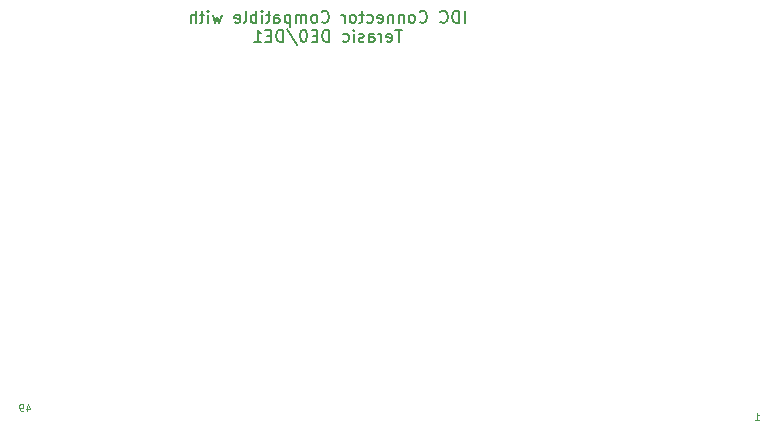
<source format=gbr>
%TF.GenerationSoftware,KiCad,Pcbnew,7.0.7*%
%TF.CreationDate,2023-11-09T10:03:36+00:00*%
%TF.ProjectId,MSX_FPGA_Hat,4d53585f-4650-4474-915f-4861742e6b69,1.5*%
%TF.SameCoordinates,Original*%
%TF.FileFunction,Legend,Bot*%
%TF.FilePolarity,Positive*%
%FSLAX46Y46*%
G04 Gerber Fmt 4.6, Leading zero omitted, Abs format (unit mm)*
G04 Created by KiCad (PCBNEW 7.0.7) date 2023-11-09 10:03:36*
%MOMM*%
%LPD*%
G01*
G04 APERTURE LIST*
%ADD10C,0.150000*%
%ADD11C,0.110000*%
G04 APERTURE END LIST*
D10*
X114465238Y-41559819D02*
X114465238Y-40559819D01*
X113989048Y-41559819D02*
X113989048Y-40559819D01*
X113989048Y-40559819D02*
X113750953Y-40559819D01*
X113750953Y-40559819D02*
X113608096Y-40607438D01*
X113608096Y-40607438D02*
X113512858Y-40702676D01*
X113512858Y-40702676D02*
X113465239Y-40797914D01*
X113465239Y-40797914D02*
X113417620Y-40988390D01*
X113417620Y-40988390D02*
X113417620Y-41131247D01*
X113417620Y-41131247D02*
X113465239Y-41321723D01*
X113465239Y-41321723D02*
X113512858Y-41416961D01*
X113512858Y-41416961D02*
X113608096Y-41512200D01*
X113608096Y-41512200D02*
X113750953Y-41559819D01*
X113750953Y-41559819D02*
X113989048Y-41559819D01*
X112417620Y-41464580D02*
X112465239Y-41512200D01*
X112465239Y-41512200D02*
X112608096Y-41559819D01*
X112608096Y-41559819D02*
X112703334Y-41559819D01*
X112703334Y-41559819D02*
X112846191Y-41512200D01*
X112846191Y-41512200D02*
X112941429Y-41416961D01*
X112941429Y-41416961D02*
X112989048Y-41321723D01*
X112989048Y-41321723D02*
X113036667Y-41131247D01*
X113036667Y-41131247D02*
X113036667Y-40988390D01*
X113036667Y-40988390D02*
X112989048Y-40797914D01*
X112989048Y-40797914D02*
X112941429Y-40702676D01*
X112941429Y-40702676D02*
X112846191Y-40607438D01*
X112846191Y-40607438D02*
X112703334Y-40559819D01*
X112703334Y-40559819D02*
X112608096Y-40559819D01*
X112608096Y-40559819D02*
X112465239Y-40607438D01*
X112465239Y-40607438D02*
X112417620Y-40655057D01*
X110655715Y-41464580D02*
X110703334Y-41512200D01*
X110703334Y-41512200D02*
X110846191Y-41559819D01*
X110846191Y-41559819D02*
X110941429Y-41559819D01*
X110941429Y-41559819D02*
X111084286Y-41512200D01*
X111084286Y-41512200D02*
X111179524Y-41416961D01*
X111179524Y-41416961D02*
X111227143Y-41321723D01*
X111227143Y-41321723D02*
X111274762Y-41131247D01*
X111274762Y-41131247D02*
X111274762Y-40988390D01*
X111274762Y-40988390D02*
X111227143Y-40797914D01*
X111227143Y-40797914D02*
X111179524Y-40702676D01*
X111179524Y-40702676D02*
X111084286Y-40607438D01*
X111084286Y-40607438D02*
X110941429Y-40559819D01*
X110941429Y-40559819D02*
X110846191Y-40559819D01*
X110846191Y-40559819D02*
X110703334Y-40607438D01*
X110703334Y-40607438D02*
X110655715Y-40655057D01*
X110084286Y-41559819D02*
X110179524Y-41512200D01*
X110179524Y-41512200D02*
X110227143Y-41464580D01*
X110227143Y-41464580D02*
X110274762Y-41369342D01*
X110274762Y-41369342D02*
X110274762Y-41083628D01*
X110274762Y-41083628D02*
X110227143Y-40988390D01*
X110227143Y-40988390D02*
X110179524Y-40940771D01*
X110179524Y-40940771D02*
X110084286Y-40893152D01*
X110084286Y-40893152D02*
X109941429Y-40893152D01*
X109941429Y-40893152D02*
X109846191Y-40940771D01*
X109846191Y-40940771D02*
X109798572Y-40988390D01*
X109798572Y-40988390D02*
X109750953Y-41083628D01*
X109750953Y-41083628D02*
X109750953Y-41369342D01*
X109750953Y-41369342D02*
X109798572Y-41464580D01*
X109798572Y-41464580D02*
X109846191Y-41512200D01*
X109846191Y-41512200D02*
X109941429Y-41559819D01*
X109941429Y-41559819D02*
X110084286Y-41559819D01*
X109322381Y-40893152D02*
X109322381Y-41559819D01*
X109322381Y-40988390D02*
X109274762Y-40940771D01*
X109274762Y-40940771D02*
X109179524Y-40893152D01*
X109179524Y-40893152D02*
X109036667Y-40893152D01*
X109036667Y-40893152D02*
X108941429Y-40940771D01*
X108941429Y-40940771D02*
X108893810Y-41036009D01*
X108893810Y-41036009D02*
X108893810Y-41559819D01*
X108417619Y-40893152D02*
X108417619Y-41559819D01*
X108417619Y-40988390D02*
X108370000Y-40940771D01*
X108370000Y-40940771D02*
X108274762Y-40893152D01*
X108274762Y-40893152D02*
X108131905Y-40893152D01*
X108131905Y-40893152D02*
X108036667Y-40940771D01*
X108036667Y-40940771D02*
X107989048Y-41036009D01*
X107989048Y-41036009D02*
X107989048Y-41559819D01*
X107131905Y-41512200D02*
X107227143Y-41559819D01*
X107227143Y-41559819D02*
X107417619Y-41559819D01*
X107417619Y-41559819D02*
X107512857Y-41512200D01*
X107512857Y-41512200D02*
X107560476Y-41416961D01*
X107560476Y-41416961D02*
X107560476Y-41036009D01*
X107560476Y-41036009D02*
X107512857Y-40940771D01*
X107512857Y-40940771D02*
X107417619Y-40893152D01*
X107417619Y-40893152D02*
X107227143Y-40893152D01*
X107227143Y-40893152D02*
X107131905Y-40940771D01*
X107131905Y-40940771D02*
X107084286Y-41036009D01*
X107084286Y-41036009D02*
X107084286Y-41131247D01*
X107084286Y-41131247D02*
X107560476Y-41226485D01*
X106227143Y-41512200D02*
X106322381Y-41559819D01*
X106322381Y-41559819D02*
X106512857Y-41559819D01*
X106512857Y-41559819D02*
X106608095Y-41512200D01*
X106608095Y-41512200D02*
X106655714Y-41464580D01*
X106655714Y-41464580D02*
X106703333Y-41369342D01*
X106703333Y-41369342D02*
X106703333Y-41083628D01*
X106703333Y-41083628D02*
X106655714Y-40988390D01*
X106655714Y-40988390D02*
X106608095Y-40940771D01*
X106608095Y-40940771D02*
X106512857Y-40893152D01*
X106512857Y-40893152D02*
X106322381Y-40893152D01*
X106322381Y-40893152D02*
X106227143Y-40940771D01*
X105941428Y-40893152D02*
X105560476Y-40893152D01*
X105798571Y-40559819D02*
X105798571Y-41416961D01*
X105798571Y-41416961D02*
X105750952Y-41512200D01*
X105750952Y-41512200D02*
X105655714Y-41559819D01*
X105655714Y-41559819D02*
X105560476Y-41559819D01*
X105084285Y-41559819D02*
X105179523Y-41512200D01*
X105179523Y-41512200D02*
X105227142Y-41464580D01*
X105227142Y-41464580D02*
X105274761Y-41369342D01*
X105274761Y-41369342D02*
X105274761Y-41083628D01*
X105274761Y-41083628D02*
X105227142Y-40988390D01*
X105227142Y-40988390D02*
X105179523Y-40940771D01*
X105179523Y-40940771D02*
X105084285Y-40893152D01*
X105084285Y-40893152D02*
X104941428Y-40893152D01*
X104941428Y-40893152D02*
X104846190Y-40940771D01*
X104846190Y-40940771D02*
X104798571Y-40988390D01*
X104798571Y-40988390D02*
X104750952Y-41083628D01*
X104750952Y-41083628D02*
X104750952Y-41369342D01*
X104750952Y-41369342D02*
X104798571Y-41464580D01*
X104798571Y-41464580D02*
X104846190Y-41512200D01*
X104846190Y-41512200D02*
X104941428Y-41559819D01*
X104941428Y-41559819D02*
X105084285Y-41559819D01*
X104322380Y-41559819D02*
X104322380Y-40893152D01*
X104322380Y-41083628D02*
X104274761Y-40988390D01*
X104274761Y-40988390D02*
X104227142Y-40940771D01*
X104227142Y-40940771D02*
X104131904Y-40893152D01*
X104131904Y-40893152D02*
X104036666Y-40893152D01*
X102369999Y-41464580D02*
X102417618Y-41512200D01*
X102417618Y-41512200D02*
X102560475Y-41559819D01*
X102560475Y-41559819D02*
X102655713Y-41559819D01*
X102655713Y-41559819D02*
X102798570Y-41512200D01*
X102798570Y-41512200D02*
X102893808Y-41416961D01*
X102893808Y-41416961D02*
X102941427Y-41321723D01*
X102941427Y-41321723D02*
X102989046Y-41131247D01*
X102989046Y-41131247D02*
X102989046Y-40988390D01*
X102989046Y-40988390D02*
X102941427Y-40797914D01*
X102941427Y-40797914D02*
X102893808Y-40702676D01*
X102893808Y-40702676D02*
X102798570Y-40607438D01*
X102798570Y-40607438D02*
X102655713Y-40559819D01*
X102655713Y-40559819D02*
X102560475Y-40559819D01*
X102560475Y-40559819D02*
X102417618Y-40607438D01*
X102417618Y-40607438D02*
X102369999Y-40655057D01*
X101798570Y-41559819D02*
X101893808Y-41512200D01*
X101893808Y-41512200D02*
X101941427Y-41464580D01*
X101941427Y-41464580D02*
X101989046Y-41369342D01*
X101989046Y-41369342D02*
X101989046Y-41083628D01*
X101989046Y-41083628D02*
X101941427Y-40988390D01*
X101941427Y-40988390D02*
X101893808Y-40940771D01*
X101893808Y-40940771D02*
X101798570Y-40893152D01*
X101798570Y-40893152D02*
X101655713Y-40893152D01*
X101655713Y-40893152D02*
X101560475Y-40940771D01*
X101560475Y-40940771D02*
X101512856Y-40988390D01*
X101512856Y-40988390D02*
X101465237Y-41083628D01*
X101465237Y-41083628D02*
X101465237Y-41369342D01*
X101465237Y-41369342D02*
X101512856Y-41464580D01*
X101512856Y-41464580D02*
X101560475Y-41512200D01*
X101560475Y-41512200D02*
X101655713Y-41559819D01*
X101655713Y-41559819D02*
X101798570Y-41559819D01*
X101036665Y-41559819D02*
X101036665Y-40893152D01*
X101036665Y-40988390D02*
X100989046Y-40940771D01*
X100989046Y-40940771D02*
X100893808Y-40893152D01*
X100893808Y-40893152D02*
X100750951Y-40893152D01*
X100750951Y-40893152D02*
X100655713Y-40940771D01*
X100655713Y-40940771D02*
X100608094Y-41036009D01*
X100608094Y-41036009D02*
X100608094Y-41559819D01*
X100608094Y-41036009D02*
X100560475Y-40940771D01*
X100560475Y-40940771D02*
X100465237Y-40893152D01*
X100465237Y-40893152D02*
X100322380Y-40893152D01*
X100322380Y-40893152D02*
X100227141Y-40940771D01*
X100227141Y-40940771D02*
X100179522Y-41036009D01*
X100179522Y-41036009D02*
X100179522Y-41559819D01*
X99703332Y-40893152D02*
X99703332Y-41893152D01*
X99703332Y-40940771D02*
X99608094Y-40893152D01*
X99608094Y-40893152D02*
X99417618Y-40893152D01*
X99417618Y-40893152D02*
X99322380Y-40940771D01*
X99322380Y-40940771D02*
X99274761Y-40988390D01*
X99274761Y-40988390D02*
X99227142Y-41083628D01*
X99227142Y-41083628D02*
X99227142Y-41369342D01*
X99227142Y-41369342D02*
X99274761Y-41464580D01*
X99274761Y-41464580D02*
X99322380Y-41512200D01*
X99322380Y-41512200D02*
X99417618Y-41559819D01*
X99417618Y-41559819D02*
X99608094Y-41559819D01*
X99608094Y-41559819D02*
X99703332Y-41512200D01*
X98369999Y-41559819D02*
X98369999Y-41036009D01*
X98369999Y-41036009D02*
X98417618Y-40940771D01*
X98417618Y-40940771D02*
X98512856Y-40893152D01*
X98512856Y-40893152D02*
X98703332Y-40893152D01*
X98703332Y-40893152D02*
X98798570Y-40940771D01*
X98369999Y-41512200D02*
X98465237Y-41559819D01*
X98465237Y-41559819D02*
X98703332Y-41559819D01*
X98703332Y-41559819D02*
X98798570Y-41512200D01*
X98798570Y-41512200D02*
X98846189Y-41416961D01*
X98846189Y-41416961D02*
X98846189Y-41321723D01*
X98846189Y-41321723D02*
X98798570Y-41226485D01*
X98798570Y-41226485D02*
X98703332Y-41178866D01*
X98703332Y-41178866D02*
X98465237Y-41178866D01*
X98465237Y-41178866D02*
X98369999Y-41131247D01*
X98036665Y-40893152D02*
X97655713Y-40893152D01*
X97893808Y-40559819D02*
X97893808Y-41416961D01*
X97893808Y-41416961D02*
X97846189Y-41512200D01*
X97846189Y-41512200D02*
X97750951Y-41559819D01*
X97750951Y-41559819D02*
X97655713Y-41559819D01*
X97322379Y-41559819D02*
X97322379Y-40893152D01*
X97322379Y-40559819D02*
X97369998Y-40607438D01*
X97369998Y-40607438D02*
X97322379Y-40655057D01*
X97322379Y-40655057D02*
X97274760Y-40607438D01*
X97274760Y-40607438D02*
X97322379Y-40559819D01*
X97322379Y-40559819D02*
X97322379Y-40655057D01*
X96846189Y-41559819D02*
X96846189Y-40559819D01*
X96846189Y-40940771D02*
X96750951Y-40893152D01*
X96750951Y-40893152D02*
X96560475Y-40893152D01*
X96560475Y-40893152D02*
X96465237Y-40940771D01*
X96465237Y-40940771D02*
X96417618Y-40988390D01*
X96417618Y-40988390D02*
X96369999Y-41083628D01*
X96369999Y-41083628D02*
X96369999Y-41369342D01*
X96369999Y-41369342D02*
X96417618Y-41464580D01*
X96417618Y-41464580D02*
X96465237Y-41512200D01*
X96465237Y-41512200D02*
X96560475Y-41559819D01*
X96560475Y-41559819D02*
X96750951Y-41559819D01*
X96750951Y-41559819D02*
X96846189Y-41512200D01*
X95798570Y-41559819D02*
X95893808Y-41512200D01*
X95893808Y-41512200D02*
X95941427Y-41416961D01*
X95941427Y-41416961D02*
X95941427Y-40559819D01*
X95036665Y-41512200D02*
X95131903Y-41559819D01*
X95131903Y-41559819D02*
X95322379Y-41559819D01*
X95322379Y-41559819D02*
X95417617Y-41512200D01*
X95417617Y-41512200D02*
X95465236Y-41416961D01*
X95465236Y-41416961D02*
X95465236Y-41036009D01*
X95465236Y-41036009D02*
X95417617Y-40940771D01*
X95417617Y-40940771D02*
X95322379Y-40893152D01*
X95322379Y-40893152D02*
X95131903Y-40893152D01*
X95131903Y-40893152D02*
X95036665Y-40940771D01*
X95036665Y-40940771D02*
X94989046Y-41036009D01*
X94989046Y-41036009D02*
X94989046Y-41131247D01*
X94989046Y-41131247D02*
X95465236Y-41226485D01*
X93893807Y-40893152D02*
X93703331Y-41559819D01*
X93703331Y-41559819D02*
X93512855Y-41083628D01*
X93512855Y-41083628D02*
X93322379Y-41559819D01*
X93322379Y-41559819D02*
X93131903Y-40893152D01*
X92750950Y-41559819D02*
X92750950Y-40893152D01*
X92750950Y-40559819D02*
X92798569Y-40607438D01*
X92798569Y-40607438D02*
X92750950Y-40655057D01*
X92750950Y-40655057D02*
X92703331Y-40607438D01*
X92703331Y-40607438D02*
X92750950Y-40559819D01*
X92750950Y-40559819D02*
X92750950Y-40655057D01*
X92417617Y-40893152D02*
X92036665Y-40893152D01*
X92274760Y-40559819D02*
X92274760Y-41416961D01*
X92274760Y-41416961D02*
X92227141Y-41512200D01*
X92227141Y-41512200D02*
X92131903Y-41559819D01*
X92131903Y-41559819D02*
X92036665Y-41559819D01*
X91703331Y-41559819D02*
X91703331Y-40559819D01*
X91274760Y-41559819D02*
X91274760Y-41036009D01*
X91274760Y-41036009D02*
X91322379Y-40940771D01*
X91322379Y-40940771D02*
X91417617Y-40893152D01*
X91417617Y-40893152D02*
X91560474Y-40893152D01*
X91560474Y-40893152D02*
X91655712Y-40940771D01*
X91655712Y-40940771D02*
X91703331Y-40988390D01*
X109179523Y-42169819D02*
X108608095Y-42169819D01*
X108893809Y-43169819D02*
X108893809Y-42169819D01*
X107893809Y-43122200D02*
X107989047Y-43169819D01*
X107989047Y-43169819D02*
X108179523Y-43169819D01*
X108179523Y-43169819D02*
X108274761Y-43122200D01*
X108274761Y-43122200D02*
X108322380Y-43026961D01*
X108322380Y-43026961D02*
X108322380Y-42646009D01*
X108322380Y-42646009D02*
X108274761Y-42550771D01*
X108274761Y-42550771D02*
X108179523Y-42503152D01*
X108179523Y-42503152D02*
X107989047Y-42503152D01*
X107989047Y-42503152D02*
X107893809Y-42550771D01*
X107893809Y-42550771D02*
X107846190Y-42646009D01*
X107846190Y-42646009D02*
X107846190Y-42741247D01*
X107846190Y-42741247D02*
X108322380Y-42836485D01*
X107417618Y-43169819D02*
X107417618Y-42503152D01*
X107417618Y-42693628D02*
X107369999Y-42598390D01*
X107369999Y-42598390D02*
X107322380Y-42550771D01*
X107322380Y-42550771D02*
X107227142Y-42503152D01*
X107227142Y-42503152D02*
X107131904Y-42503152D01*
X106369999Y-43169819D02*
X106369999Y-42646009D01*
X106369999Y-42646009D02*
X106417618Y-42550771D01*
X106417618Y-42550771D02*
X106512856Y-42503152D01*
X106512856Y-42503152D02*
X106703332Y-42503152D01*
X106703332Y-42503152D02*
X106798570Y-42550771D01*
X106369999Y-43122200D02*
X106465237Y-43169819D01*
X106465237Y-43169819D02*
X106703332Y-43169819D01*
X106703332Y-43169819D02*
X106798570Y-43122200D01*
X106798570Y-43122200D02*
X106846189Y-43026961D01*
X106846189Y-43026961D02*
X106846189Y-42931723D01*
X106846189Y-42931723D02*
X106798570Y-42836485D01*
X106798570Y-42836485D02*
X106703332Y-42788866D01*
X106703332Y-42788866D02*
X106465237Y-42788866D01*
X106465237Y-42788866D02*
X106369999Y-42741247D01*
X105941427Y-43122200D02*
X105846189Y-43169819D01*
X105846189Y-43169819D02*
X105655713Y-43169819D01*
X105655713Y-43169819D02*
X105560475Y-43122200D01*
X105560475Y-43122200D02*
X105512856Y-43026961D01*
X105512856Y-43026961D02*
X105512856Y-42979342D01*
X105512856Y-42979342D02*
X105560475Y-42884104D01*
X105560475Y-42884104D02*
X105655713Y-42836485D01*
X105655713Y-42836485D02*
X105798570Y-42836485D01*
X105798570Y-42836485D02*
X105893808Y-42788866D01*
X105893808Y-42788866D02*
X105941427Y-42693628D01*
X105941427Y-42693628D02*
X105941427Y-42646009D01*
X105941427Y-42646009D02*
X105893808Y-42550771D01*
X105893808Y-42550771D02*
X105798570Y-42503152D01*
X105798570Y-42503152D02*
X105655713Y-42503152D01*
X105655713Y-42503152D02*
X105560475Y-42550771D01*
X105084284Y-43169819D02*
X105084284Y-42503152D01*
X105084284Y-42169819D02*
X105131903Y-42217438D01*
X105131903Y-42217438D02*
X105084284Y-42265057D01*
X105084284Y-42265057D02*
X105036665Y-42217438D01*
X105036665Y-42217438D02*
X105084284Y-42169819D01*
X105084284Y-42169819D02*
X105084284Y-42265057D01*
X104179523Y-43122200D02*
X104274761Y-43169819D01*
X104274761Y-43169819D02*
X104465237Y-43169819D01*
X104465237Y-43169819D02*
X104560475Y-43122200D01*
X104560475Y-43122200D02*
X104608094Y-43074580D01*
X104608094Y-43074580D02*
X104655713Y-42979342D01*
X104655713Y-42979342D02*
X104655713Y-42693628D01*
X104655713Y-42693628D02*
X104608094Y-42598390D01*
X104608094Y-42598390D02*
X104560475Y-42550771D01*
X104560475Y-42550771D02*
X104465237Y-42503152D01*
X104465237Y-42503152D02*
X104274761Y-42503152D01*
X104274761Y-42503152D02*
X104179523Y-42550771D01*
X102989046Y-43169819D02*
X102989046Y-42169819D01*
X102989046Y-42169819D02*
X102750951Y-42169819D01*
X102750951Y-42169819D02*
X102608094Y-42217438D01*
X102608094Y-42217438D02*
X102512856Y-42312676D01*
X102512856Y-42312676D02*
X102465237Y-42407914D01*
X102465237Y-42407914D02*
X102417618Y-42598390D01*
X102417618Y-42598390D02*
X102417618Y-42741247D01*
X102417618Y-42741247D02*
X102465237Y-42931723D01*
X102465237Y-42931723D02*
X102512856Y-43026961D01*
X102512856Y-43026961D02*
X102608094Y-43122200D01*
X102608094Y-43122200D02*
X102750951Y-43169819D01*
X102750951Y-43169819D02*
X102989046Y-43169819D01*
X101989046Y-42646009D02*
X101655713Y-42646009D01*
X101512856Y-43169819D02*
X101989046Y-43169819D01*
X101989046Y-43169819D02*
X101989046Y-42169819D01*
X101989046Y-42169819D02*
X101512856Y-42169819D01*
X100893808Y-42169819D02*
X100798570Y-42169819D01*
X100798570Y-42169819D02*
X100703332Y-42217438D01*
X100703332Y-42217438D02*
X100655713Y-42265057D01*
X100655713Y-42265057D02*
X100608094Y-42360295D01*
X100608094Y-42360295D02*
X100560475Y-42550771D01*
X100560475Y-42550771D02*
X100560475Y-42788866D01*
X100560475Y-42788866D02*
X100608094Y-42979342D01*
X100608094Y-42979342D02*
X100655713Y-43074580D01*
X100655713Y-43074580D02*
X100703332Y-43122200D01*
X100703332Y-43122200D02*
X100798570Y-43169819D01*
X100798570Y-43169819D02*
X100893808Y-43169819D01*
X100893808Y-43169819D02*
X100989046Y-43122200D01*
X100989046Y-43122200D02*
X101036665Y-43074580D01*
X101036665Y-43074580D02*
X101084284Y-42979342D01*
X101084284Y-42979342D02*
X101131903Y-42788866D01*
X101131903Y-42788866D02*
X101131903Y-42550771D01*
X101131903Y-42550771D02*
X101084284Y-42360295D01*
X101084284Y-42360295D02*
X101036665Y-42265057D01*
X101036665Y-42265057D02*
X100989046Y-42217438D01*
X100989046Y-42217438D02*
X100893808Y-42169819D01*
X99417618Y-42122200D02*
X100274760Y-43407914D01*
X99084284Y-43169819D02*
X99084284Y-42169819D01*
X99084284Y-42169819D02*
X98846189Y-42169819D01*
X98846189Y-42169819D02*
X98703332Y-42217438D01*
X98703332Y-42217438D02*
X98608094Y-42312676D01*
X98608094Y-42312676D02*
X98560475Y-42407914D01*
X98560475Y-42407914D02*
X98512856Y-42598390D01*
X98512856Y-42598390D02*
X98512856Y-42741247D01*
X98512856Y-42741247D02*
X98560475Y-42931723D01*
X98560475Y-42931723D02*
X98608094Y-43026961D01*
X98608094Y-43026961D02*
X98703332Y-43122200D01*
X98703332Y-43122200D02*
X98846189Y-43169819D01*
X98846189Y-43169819D02*
X99084284Y-43169819D01*
X98084284Y-42646009D02*
X97750951Y-42646009D01*
X97608094Y-43169819D02*
X98084284Y-43169819D01*
X98084284Y-43169819D02*
X98084284Y-42169819D01*
X98084284Y-42169819D02*
X97608094Y-42169819D01*
X96655713Y-43169819D02*
X97227141Y-43169819D01*
X96941427Y-43169819D02*
X96941427Y-42169819D01*
X96941427Y-42169819D02*
X97036665Y-42312676D01*
X97036665Y-42312676D02*
X97131903Y-42407914D01*
X97131903Y-42407914D02*
X97227141Y-42455533D01*
D11*
X139020571Y-75201851D02*
X139363428Y-75201851D01*
X139191999Y-75201851D02*
X139191999Y-74601851D01*
X139191999Y-74601851D02*
X139249142Y-74687565D01*
X139249142Y-74687565D02*
X139306285Y-74744708D01*
X139306285Y-74744708D02*
X139363428Y-74773280D01*
X77387429Y-74039851D02*
X77387429Y-74439851D01*
X77530286Y-73811280D02*
X77673143Y-74239851D01*
X77673143Y-74239851D02*
X77301714Y-74239851D01*
X77044571Y-74439851D02*
X76930285Y-74439851D01*
X76930285Y-74439851D02*
X76873142Y-74411280D01*
X76873142Y-74411280D02*
X76844571Y-74382708D01*
X76844571Y-74382708D02*
X76787428Y-74296994D01*
X76787428Y-74296994D02*
X76758857Y-74182708D01*
X76758857Y-74182708D02*
X76758857Y-73954137D01*
X76758857Y-73954137D02*
X76787428Y-73896994D01*
X76787428Y-73896994D02*
X76816000Y-73868422D01*
X76816000Y-73868422D02*
X76873142Y-73839851D01*
X76873142Y-73839851D02*
X76987428Y-73839851D01*
X76987428Y-73839851D02*
X77044571Y-73868422D01*
X77044571Y-73868422D02*
X77073142Y-73896994D01*
X77073142Y-73896994D02*
X77101714Y-73954137D01*
X77101714Y-73954137D02*
X77101714Y-74096994D01*
X77101714Y-74096994D02*
X77073142Y-74154137D01*
X77073142Y-74154137D02*
X77044571Y-74182708D01*
X77044571Y-74182708D02*
X76987428Y-74211280D01*
X76987428Y-74211280D02*
X76873142Y-74211280D01*
X76873142Y-74211280D02*
X76816000Y-74182708D01*
X76816000Y-74182708D02*
X76787428Y-74154137D01*
X76787428Y-74154137D02*
X76758857Y-74096994D01*
M02*

</source>
